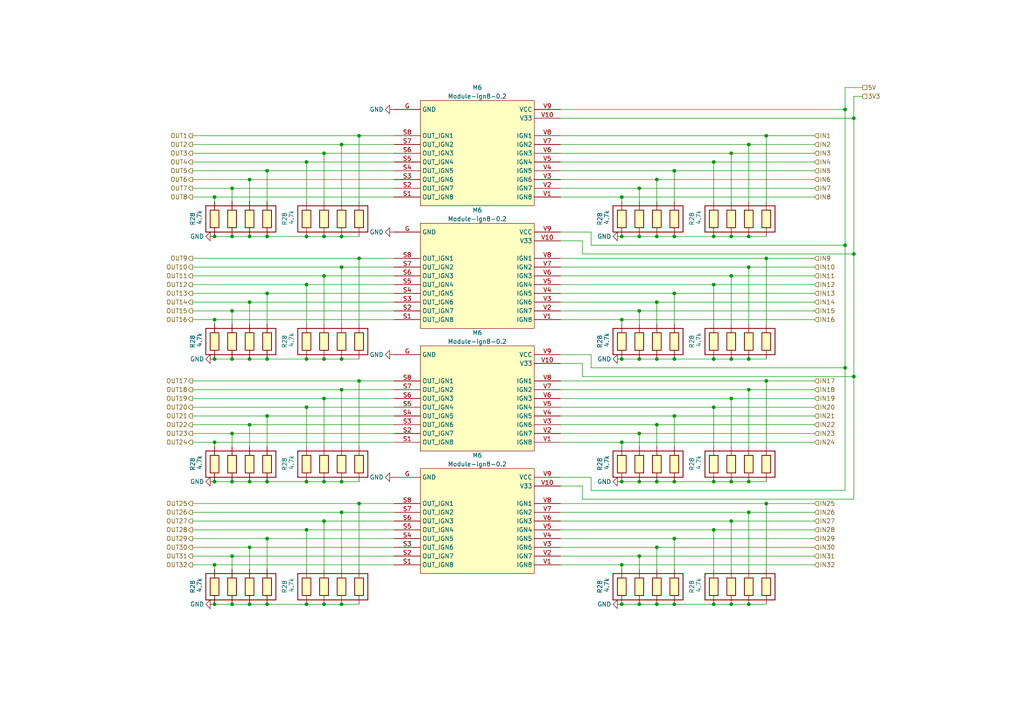
<source format=kicad_sch>
(kicad_sch (version 20230121) (generator eeschema)
  (paper "A4")
  (lib_symbols
    (symbol "hellen-one-common:Res_Array_4" (pin_numbers hide)
      (property "Reference" "R" (at -6.35 6.35 0))
      (symbol "Res_Array_4_1_0"
        (rectangle (start -2.54 -13.97) (end -7.62 -16.51) (stroke (width 0.254)) (fill (type background)))
        (rectangle (start -2.54 -8.89) (end -7.62 -11.43) (stroke (width 0.254)) (fill (type background)))
        (rectangle (start -2.54 -3.81) (end -7.62 -6.35) (stroke (width 0.254)) (fill (type background)))
        (rectangle (start -2.54 1.27) (end -7.62 -1.27) (stroke (width 0.254)) (fill (type background)))
        (polyline (pts (xy -8.89 -17.78) (xy -1.27 -17.78)) (stroke (width 0.254)))
        (polyline (pts (xy -8.89 2.54) (xy -8.89 -17.78)) (stroke (width 0.254)))
        (polyline (pts (xy -8.89 2.54) (xy -1.27 2.54)) (stroke (width 0.254)))
        (polyline (pts (xy -1.27 2.54) (xy -1.27 -17.78)) (stroke (width 0.254)))
        (pin passive line (at -10.16 0 0) (length 2.54) (name "") (number "1"))
        (pin passive line (at -10.16 -5.08 0) (length 2.54) (name "") (number "2"))
        (pin passive line (at -10.16 -10.16 0) (length 2.54) (name "") (number "3"))
        (pin passive line (at -10.16 -15.24 0) (length 2.54) (name "") (number "4"))
        (pin passive line (at 0 -15.24 180) (length 2.54) (name "") (number "5"))
        (pin passive line (at 0 -10.16 180) (length 2.54) (name "") (number "6"))
        (pin passive line (at 0 -5.08 180) (length 2.54) (name "") (number "7"))
        (pin passive line (at 0 0 180) (length 2.54) (name "") (number "8"))
      )
    )
    (symbol "hellen-one-ign8-0.2:Module-ign8-0.2"
      (property "Reference" "M" (at 0 0 0))
      (property "Value" "Module-ign8-0.2" (at 0 0 0))
      (symbol "Module-ign8-0.2_1_0"
        (rectangle (start 33.02 0) (end 0 -30.48) (fill (type background)))
        (pin passive line (at 40.64 -2.54 180) (length 7.62) (name "GND") (number "G"))
        (pin passive line (at 40.64 -27.94 180) (length 7.62) (name "OUT_IGN8") (number "S1"))
        (pin passive line (at 40.64 -25.4 180) (length 7.62) (name "OUT_IGN7") (number "S2"))
        (pin passive line (at 40.64 -22.86 180) (length 7.62) (name "OUT_IGN6") (number "S3"))
        (pin passive line (at 40.64 -20.32 180) (length 7.62) (name "OUT_IGN5") (number "S4"))
        (pin passive line (at 40.64 -17.78 180) (length 7.62) (name "OUT_IGN4") (number "S5"))
        (pin passive line (at 40.64 -15.24 180) (length 7.62) (name "OUT_IGN3") (number "S6"))
        (pin passive line (at 40.64 -12.7 180) (length 7.62) (name "OUT_IGN2") (number "S7"))
        (pin passive line (at 40.64 -10.16 180) (length 7.62) (name "OUT_IGN1") (number "S8"))
        (pin passive line (at -7.62 -27.94 0) (length 7.62) (name "IGN8") (number "V1"))
        (pin passive line (at -7.62 -5.08 0) (length 7.62) (name "V33") (number "V10"))
        (pin passive line (at -7.62 -25.4 0) (length 7.62) (name "IGN7") (number "V2"))
        (pin passive line (at -7.62 -22.86 0) (length 7.62) (name "IGN6") (number "V3"))
        (pin passive line (at -7.62 -20.32 0) (length 7.62) (name "IGN5") (number "V4"))
        (pin passive line (at -7.62 -17.78 0) (length 7.62) (name "IGN4") (number "V5"))
        (pin passive line (at -7.62 -15.24 0) (length 7.62) (name "IGN3") (number "V6"))
        (pin passive line (at -7.62 -12.7 0) (length 7.62) (name "IGN2") (number "V7"))
        (pin passive line (at -7.62 -10.16 0) (length 7.62) (name "IGN1") (number "V8"))
        (pin passive line (at -7.62 -2.54 0) (length 7.62) (name "VCC") (number "V9"))
      )
    )
    (symbol "power:GND" (power) (pin_names (offset 0))
      (property "Value" "GND" (at 0 -3.81 0))
      (symbol "GND_0_1"
        (polyline (pts (xy 0 0) (xy 0 -1.27) (xy 1.27 -1.27) (xy 0 -2.54) (xy -1.27 -1.27) (xy 0 -1.27)))
      )
      (symbol "GND_1_1"
        (pin power_in line (at 0 0 270) (length 0) hide (name "GND") (number "1"))
      )
    )
  )
  (junction (at 180.34 175.26))
  (junction (at 207.01 68.58))
  (junction (at 104.14 74.93))
  (junction (at 207.01 82.55))
  (junction (at 212.09 175.26))
  (junction (at 72.39 139.7))
  (junction (at 195.58 68.58))
  (junction (at 185.42 139.7))
  (junction (at 99.06 139.7))
  (junction (at 195.58 139.7))
  (junction (at 180.34 163.83))
  (junction (at 180.34 104.14))
  (junction (at 62.23 139.7))
  (junction (at 185.42 161.29))
  (junction (at 217.17 104.14))
  (junction (at 67.31 104.14))
  (junction (at 77.47 68.58))
  (junction (at 72.39 175.26))
  (junction (at 190.5 123.19))
  (junction (at 93.98 151.13))
  (junction (at 247.65 34.29))
  (junction (at 67.31 125.73))
  (junction (at 72.39 87.63))
  (junction (at 180.34 92.71))
  (junction (at 62.23 92.71))
  (junction (at 77.47 139.7))
  (junction (at 62.23 128.27))
  (junction (at 67.31 175.26))
  (junction (at 88.9 82.55))
  (junction (at 195.58 49.53))
  (junction (at 93.98 175.26))
  (junction (at 88.9 153.67))
  (junction (at 99.06 104.14))
  (junction (at 67.31 90.17))
  (junction (at 212.09 68.58))
  (junction (at 104.14 39.37))
  (junction (at 222.25 74.93))
  (junction (at 222.25 146.05))
  (junction (at 77.47 49.53))
  (junction (at 212.09 151.13))
  (junction (at 93.98 139.7))
  (junction (at 217.17 77.47))
  (junction (at 190.5 158.75))
  (junction (at 195.58 85.09))
  (junction (at 195.58 175.26))
  (junction (at 185.42 90.17))
  (junction (at 217.17 41.91))
  (junction (at 72.39 158.75))
  (junction (at 67.31 54.61))
  (junction (at 195.58 120.65))
  (junction (at 180.34 128.27))
  (junction (at 217.17 68.58))
  (junction (at 207.01 175.26))
  (junction (at 99.06 41.91))
  (junction (at 217.17 139.7))
  (junction (at 185.42 104.14))
  (junction (at 207.01 153.67))
  (junction (at 180.34 68.58))
  (junction (at 67.31 68.58))
  (junction (at 190.5 87.63))
  (junction (at 77.47 104.14))
  (junction (at 99.06 77.47))
  (junction (at 77.47 175.26))
  (junction (at 207.01 118.11))
  (junction (at 104.14 146.05))
  (junction (at 212.09 80.01))
  (junction (at 72.39 123.19))
  (junction (at 185.42 68.58))
  (junction (at 190.5 104.14))
  (junction (at 207.01 104.14))
  (junction (at 93.98 68.58))
  (junction (at 207.01 139.7))
  (junction (at 93.98 44.45))
  (junction (at 99.06 175.26))
  (junction (at 190.5 52.07))
  (junction (at 88.9 139.7))
  (junction (at 212.09 115.57))
  (junction (at 62.23 175.26))
  (junction (at 99.06 113.03))
  (junction (at 77.47 85.09))
  (junction (at 72.39 68.58))
  (junction (at 245.11 71.12))
  (junction (at 77.47 156.21))
  (junction (at 190.5 175.26))
  (junction (at 190.5 68.58))
  (junction (at 88.9 118.11))
  (junction (at 99.06 148.59))
  (junction (at 217.17 148.59))
  (junction (at 88.9 175.26))
  (junction (at 99.06 68.58))
  (junction (at 217.17 113.03))
  (junction (at 62.23 163.83))
  (junction (at 104.14 110.49))
  (junction (at 67.31 161.29))
  (junction (at 212.09 139.7))
  (junction (at 93.98 104.14))
  (junction (at 212.09 104.14))
  (junction (at 190.5 139.7))
  (junction (at 72.39 52.07))
  (junction (at 185.42 54.61))
  (junction (at 62.23 68.58))
  (junction (at 195.58 104.14))
  (junction (at 88.9 68.58))
  (junction (at 185.42 125.73))
  (junction (at 62.23 57.15))
  (junction (at 212.09 44.45))
  (junction (at 217.17 175.26))
  (junction (at 67.31 139.7))
  (junction (at 222.25 110.49))
  (junction (at 247.65 73.66))
  (junction (at 93.98 115.57))
  (junction (at 93.98 80.01))
  (junction (at 247.65 109.22))
  (junction (at 88.9 46.99))
  (junction (at 88.9 104.14))
  (junction (at 185.42 175.26))
  (junction (at 180.34 139.7))
  (junction (at 245.11 106.68))
  (junction (at 180.34 57.15))
  (junction (at 62.23 104.14))
  (junction (at 72.39 104.14))
  (junction (at 222.25 39.37))
  (junction (at 195.58 156.21))
  (junction (at 245.11 31.75))
  (junction (at 207.01 46.99))
  (junction (at 77.47 120.65))
  (wire (pts (xy 67.31 68.58) (xy 72.39 68.58)))
  (wire (pts (xy 104.14 74.93) (xy 114.3 74.93)))
  (wire (pts (xy 236.22 120.65) (xy 195.58 120.65)))
  (wire (pts (xy 93.98 115.57) (xy 93.98 129.54)))
  (wire (pts (xy 99.06 77.47) (xy 114.3 77.47)))
  (wire (pts (xy 236.22 113.03) (xy 217.17 113.03)))
  (wire (pts (xy 190.5 52.07) (xy 162.56 52.07)))
  (wire (pts (xy 171.45 138.43) (xy 162.56 138.43)))
  (wire (pts (xy 93.98 151.13) (xy 93.98 165.1)))
  (wire (pts (xy 77.47 156.21) (xy 114.3 156.21)))
  (wire (pts (xy 236.22 87.63) (xy 190.5 87.63)))
  (wire (pts (xy 190.5 158.75) (xy 190.5 165.1)))
  (wire (pts (xy 222.25 146.05) (xy 162.56 146.05)))
  (wire (pts (xy 180.34 68.58) (xy 185.42 68.58)))
  (wire (pts (xy 247.65 34.29) (xy 247.65 73.66)))
  (wire (pts (xy 171.45 71.12) (xy 245.11 71.12)))
  (wire (pts (xy 180.34 163.83) (xy 162.56 163.83)))
  (wire (pts (xy 99.06 148.59) (xy 114.3 148.59)))
  (wire (pts (xy 162.56 105.41) (xy 168.91 105.41)))
  (wire (pts (xy 55.88 54.61) (xy 67.31 54.61)))
  (wire (pts (xy 99.06 139.7) (xy 104.14 139.7)))
  (wire (pts (xy 245.11 25.4) (xy 245.11 31.75)))
  (wire (pts (xy 190.5 175.26) (xy 195.58 175.26)))
  (wire (pts (xy 77.47 175.26) (xy 88.9 175.26)))
  (wire (pts (xy 88.9 153.67) (xy 114.3 153.67)))
  (wire (pts (xy 55.88 123.19) (xy 72.39 123.19)))
  (wire (pts (xy 99.06 113.03) (xy 99.06 129.54)))
  (wire (pts (xy 162.56 140.97) (xy 168.91 140.97)))
  (wire (pts (xy 236.22 163.83) (xy 180.34 163.83)))
  (wire (pts (xy 236.22 44.45) (xy 212.09 44.45)))
  (wire (pts (xy 162.56 34.29) (xy 247.65 34.29)))
  (wire (pts (xy 180.34 175.26) (xy 185.42 175.26)))
  (wire (pts (xy 62.23 163.83) (xy 62.23 165.1)))
  (wire (pts (xy 236.22 46.99) (xy 207.01 46.99)))
  (wire (pts (xy 185.42 125.73) (xy 162.56 125.73)))
  (wire (pts (xy 217.17 113.03) (xy 217.17 129.54)))
  (wire (pts (xy 195.58 156.21) (xy 195.58 165.1)))
  (wire (pts (xy 247.65 34.29) (xy 247.65 27.94)))
  (wire (pts (xy 93.98 104.14) (xy 99.06 104.14)))
  (wire (pts (xy 104.14 110.49) (xy 114.3 110.49)))
  (wire (pts (xy 236.22 156.21) (xy 195.58 156.21)))
  (wire (pts (xy 55.88 90.17) (xy 67.31 90.17)))
  (wire (pts (xy 180.34 57.15) (xy 180.34 58.42)))
  (wire (pts (xy 72.39 123.19) (xy 72.39 129.54)))
  (wire (pts (xy 217.17 77.47) (xy 162.56 77.47)))
  (wire (pts (xy 185.42 68.58) (xy 190.5 68.58)))
  (wire (pts (xy 168.91 144.78) (xy 247.65 144.78)))
  (wire (pts (xy 207.01 153.67) (xy 162.56 153.67)))
  (wire (pts (xy 207.01 153.67) (xy 207.01 165.1)))
  (wire (pts (xy 72.39 68.58) (xy 77.47 68.58)))
  (wire (pts (xy 55.88 115.57) (xy 93.98 115.57)))
  (wire (pts (xy 93.98 151.13) (xy 114.3 151.13)))
  (wire (pts (xy 67.31 90.17) (xy 67.31 93.98)))
  (wire (pts (xy 195.58 49.53) (xy 162.56 49.53)))
  (wire (pts (xy 55.88 158.75) (xy 72.39 158.75)))
  (wire (pts (xy 88.9 175.26) (xy 93.98 175.26)))
  (wire (pts (xy 104.14 110.49) (xy 104.14 129.54)))
  (wire (pts (xy 185.42 90.17) (xy 185.42 93.98)))
  (wire (pts (xy 236.22 92.71) (xy 180.34 92.71)))
  (wire (pts (xy 236.22 110.49) (xy 222.25 110.49)))
  (wire (pts (xy 212.09 151.13) (xy 212.09 165.1)))
  (wire (pts (xy 55.88 92.71) (xy 62.23 92.71)))
  (wire (pts (xy 67.31 125.73) (xy 114.3 125.73)))
  (wire (pts (xy 190.5 123.19) (xy 162.56 123.19)))
  (wire (pts (xy 77.47 139.7) (xy 88.9 139.7)))
  (wire (pts (xy 236.22 128.27) (xy 180.34 128.27)))
  (wire (pts (xy 93.98 175.26) (xy 99.06 175.26)))
  (wire (pts (xy 195.58 120.65) (xy 195.58 129.54)))
  (wire (pts (xy 88.9 82.55) (xy 114.3 82.55)))
  (wire (pts (xy 236.22 118.11) (xy 207.01 118.11)))
  (wire (pts (xy 67.31 90.17) (xy 114.3 90.17)))
  (wire (pts (xy 62.23 104.14) (xy 67.31 104.14)))
  (wire (pts (xy 212.09 115.57) (xy 212.09 129.54)))
  (wire (pts (xy 185.42 104.14) (xy 190.5 104.14)))
  (wire (pts (xy 72.39 123.19) (xy 114.3 123.19)))
  (wire (pts (xy 207.01 46.99) (xy 162.56 46.99)))
  (wire (pts (xy 212.09 115.57) (xy 162.56 115.57)))
  (wire (pts (xy 55.88 125.73) (xy 67.31 125.73)))
  (wire (pts (xy 222.25 146.05) (xy 222.25 165.1)))
  (wire (pts (xy 77.47 120.65) (xy 77.47 129.54)))
  (wire (pts (xy 93.98 44.45) (xy 93.98 58.42)))
  (wire (pts (xy 55.88 113.03) (xy 99.06 113.03)))
  (wire (pts (xy 190.5 139.7) (xy 195.58 139.7)))
  (wire (pts (xy 222.25 39.37) (xy 162.56 39.37)))
  (wire (pts (xy 55.88 161.29) (xy 67.31 161.29)))
  (wire (pts (xy 77.47 68.58) (xy 88.9 68.58)))
  (wire (pts (xy 185.42 90.17) (xy 162.56 90.17)))
  (wire (pts (xy 245.11 106.68) (xy 245.11 142.24)))
  (wire (pts (xy 217.17 104.14) (xy 222.25 104.14)))
  (wire (pts (xy 236.22 153.67) (xy 207.01 153.67)))
  (wire (pts (xy 99.06 148.59) (xy 99.06 165.1)))
  (wire (pts (xy 93.98 139.7) (xy 99.06 139.7)))
  (wire (pts (xy 72.39 52.07) (xy 72.39 58.42)))
  (wire (pts (xy 104.14 39.37) (xy 114.3 39.37)))
  (wire (pts (xy 190.5 123.19) (xy 190.5 129.54)))
  (wire (pts (xy 236.22 49.53) (xy 195.58 49.53)))
  (wire (pts (xy 67.31 161.29) (xy 114.3 161.29)))
  (wire (pts (xy 250.19 25.4) (xy 245.11 25.4)))
  (wire (pts (xy 185.42 139.7) (xy 190.5 139.7)))
  (wire (pts (xy 77.47 85.09) (xy 114.3 85.09)))
  (wire (pts (xy 67.31 139.7) (xy 72.39 139.7)))
  (wire (pts (xy 62.23 128.27) (xy 62.23 129.54)))
  (wire (pts (xy 99.06 77.47) (xy 99.06 93.98)))
  (wire (pts (xy 162.56 31.75) (xy 245.11 31.75)))
  (wire (pts (xy 195.58 68.58) (xy 207.01 68.58)))
  (wire (pts (xy 236.22 74.93) (xy 222.25 74.93)))
  (wire (pts (xy 171.45 67.31) (xy 162.56 67.31)))
  (wire (pts (xy 99.06 113.03) (xy 114.3 113.03)))
  (wire (pts (xy 180.34 128.27) (xy 162.56 128.27)))
  (wire (pts (xy 62.23 57.15) (xy 62.23 58.42)))
  (wire (pts (xy 236.22 115.57) (xy 212.09 115.57)))
  (wire (pts (xy 195.58 49.53) (xy 195.58 58.42)))
  (wire (pts (xy 236.22 158.75) (xy 190.5 158.75)))
  (wire (pts (xy 77.47 156.21) (xy 77.47 165.1)))
  (wire (pts (xy 55.88 146.05) (xy 104.14 146.05)))
  (wire (pts (xy 207.01 82.55) (xy 207.01 93.98)))
  (wire (pts (xy 222.25 74.93) (xy 222.25 93.98)))
  (wire (pts (xy 99.06 68.58) (xy 104.14 68.58)))
  (wire (pts (xy 171.45 106.68) (xy 245.11 106.68)))
  (wire (pts (xy 72.39 175.26) (xy 77.47 175.26)))
  (wire (pts (xy 190.5 52.07) (xy 190.5 58.42)))
  (wire (pts (xy 99.06 104.14) (xy 104.14 104.14)))
  (wire (pts (xy 77.47 104.14) (xy 88.9 104.14)))
  (wire (pts (xy 88.9 118.11) (xy 114.3 118.11)))
  (wire (pts (xy 180.34 128.27) (xy 180.34 129.54)))
  (wire (pts (xy 55.88 153.67) (xy 88.9 153.67)))
  (wire (pts (xy 207.01 118.11) (xy 162.56 118.11)))
  (wire (pts (xy 236.22 52.07) (xy 190.5 52.07)))
  (wire (pts (xy 55.88 120.65) (xy 77.47 120.65)))
  (wire (pts (xy 77.47 49.53) (xy 114.3 49.53)))
  (wire (pts (xy 55.88 44.45) (xy 93.98 44.45)))
  (wire (pts (xy 212.09 104.14) (xy 217.17 104.14)))
  (wire (pts (xy 55.88 85.09) (xy 77.47 85.09)))
  (wire (pts (xy 195.58 85.09) (xy 195.58 93.98)))
  (wire (pts (xy 185.42 175.26) (xy 190.5 175.26)))
  (wire (pts (xy 55.88 80.01) (xy 93.98 80.01)))
  (wire (pts (xy 245.11 71.12) (xy 245.11 106.68)))
  (wire (pts (xy 62.23 92.71) (xy 114.3 92.71)))
  (wire (pts (xy 62.23 163.83) (xy 114.3 163.83)))
  (wire (pts (xy 236.22 41.91) (xy 217.17 41.91)))
  (wire (pts (xy 162.56 69.85) (xy 168.91 69.85)))
  (wire (pts (xy 88.9 68.58) (xy 93.98 68.58)))
  (wire (pts (xy 180.34 163.83) (xy 180.34 165.1)))
  (wire (pts (xy 55.88 87.63) (xy 72.39 87.63)))
  (wire (pts (xy 93.98 115.57) (xy 114.3 115.57)))
  (wire (pts (xy 236.22 39.37) (xy 222.25 39.37)))
  (wire (pts (xy 190.5 158.75) (xy 162.56 158.75)))
  (wire (pts (xy 168.91 73.66) (xy 247.65 73.66)))
  (wire (pts (xy 67.31 175.26) (xy 72.39 175.26)))
  (wire (pts (xy 99.06 41.91) (xy 114.3 41.91)))
  (wire (pts (xy 236.22 85.09) (xy 195.58 85.09)))
  (wire (pts (xy 55.88 118.11) (xy 88.9 118.11)))
  (wire (pts (xy 185.42 54.61) (xy 185.42 58.42)))
  (wire (pts (xy 55.88 82.55) (xy 88.9 82.55)))
  (wire (pts (xy 104.14 146.05) (xy 114.3 146.05)))
  (wire (pts (xy 67.31 125.73) (xy 67.31 129.54)))
  (wire (pts (xy 93.98 80.01) (xy 114.3 80.01)))
  (wire (pts (xy 168.91 140.97) (xy 168.91 144.78)))
  (wire (pts (xy 72.39 87.63) (xy 114.3 87.63)))
  (wire (pts (xy 77.47 120.65) (xy 114.3 120.65)))
  (wire (pts (xy 55.88 52.07) (xy 72.39 52.07)))
  (wire (pts (xy 104.14 146.05) (xy 104.14 165.1)))
  (wire (pts (xy 217.17 148.59) (xy 217.17 165.1)))
  (wire (pts (xy 236.22 123.19) (xy 190.5 123.19)))
  (wire (pts (xy 55.88 77.47) (xy 99.06 77.47)))
  (wire (pts (xy 217.17 41.91) (xy 162.56 41.91)))
  (wire (pts (xy 55.88 163.83) (xy 62.23 163.83)))
  (wire (pts (xy 212.09 151.13) (xy 162.56 151.13)))
  (wire (pts (xy 236.22 80.01) (xy 212.09 80.01)))
  (wire (pts (xy 180.34 92.71) (xy 162.56 92.71)))
  (wire (pts (xy 247.65 27.94) (xy 250.19 27.94)))
  (wire (pts (xy 207.01 118.11) (xy 207.01 129.54)))
  (wire (pts (xy 55.88 156.21) (xy 77.47 156.21)))
  (wire (pts (xy 222.25 110.49) (xy 222.25 129.54)))
  (wire (pts (xy 72.39 158.75) (xy 114.3 158.75)))
  (wire (pts (xy 207.01 175.26) (xy 212.09 175.26)))
  (wire (pts (xy 236.22 148.59) (xy 217.17 148.59)))
  (wire (pts (xy 236.22 146.05) (xy 222.25 146.05)))
  (wire (pts (xy 236.22 77.47) (xy 217.17 77.47)))
  (wire (pts (xy 247.65 73.66) (xy 247.65 109.22)))
  (wire (pts (xy 190.5 87.63) (xy 190.5 93.98)))
  (wire (pts (xy 67.31 104.14) (xy 72.39 104.14)))
  (wire (pts (xy 88.9 139.7) (xy 93.98 139.7)))
  (wire (pts (xy 185.42 161.29) (xy 162.56 161.29)))
  (wire (pts (xy 236.22 57.15) (xy 180.34 57.15)))
  (wire (pts (xy 168.91 69.85) (xy 168.91 73.66)))
  (wire (pts (xy 171.45 142.24) (xy 171.45 138.43)))
  (wire (pts (xy 62.23 92.71) (xy 62.23 93.98)))
  (wire (pts (xy 217.17 148.59) (xy 162.56 148.59)))
  (wire (pts (xy 245.11 31.75) (xy 245.11 71.12)))
  (wire (pts (xy 62.23 139.7) (xy 67.31 139.7)))
  (wire (pts (xy 104.14 39.37) (xy 104.14 58.42)))
  (wire (pts (xy 207.01 68.58) (xy 212.09 68.58)))
  (wire (pts (xy 195.58 85.09) (xy 162.56 85.09)))
  (wire (pts (xy 88.9 104.14) (xy 93.98 104.14)))
  (wire (pts (xy 217.17 77.47) (xy 217.17 93.98)))
  (wire (pts (xy 171.45 106.68) (xy 171.45 102.87)))
  (wire (pts (xy 195.58 175.26) (xy 207.01 175.26)))
  (wire (pts (xy 217.17 175.26) (xy 222.25 175.26)))
  (wire (pts (xy 88.9 82.55) (xy 88.9 93.98)))
  (wire (pts (xy 236.22 82.55) (xy 207.01 82.55)))
  (wire (pts (xy 222.25 74.93) (xy 162.56 74.93)))
  (wire (pts (xy 72.39 139.7) (xy 77.47 139.7)))
  (wire (pts (xy 207.01 104.14) (xy 212.09 104.14)))
  (wire (pts (xy 55.88 46.99) (xy 88.9 46.99)))
  (wire (pts (xy 55.88 49.53) (xy 77.47 49.53)))
  (wire (pts (xy 195.58 120.65) (xy 162.56 120.65)))
  (wire (pts (xy 55.88 39.37) (xy 104.14 39.37)))
  (wire (pts (xy 247.65 109.22) (xy 247.65 144.78)))
  (wire (pts (xy 72.39 52.07) (xy 114.3 52.07)))
  (wire (pts (xy 77.47 85.09) (xy 77.47 93.98)))
  (wire (pts (xy 190.5 104.14) (xy 195.58 104.14)))
  (wire (pts (xy 104.14 74.93) (xy 104.14 93.98)))
  (wire (pts (xy 195.58 156.21) (xy 162.56 156.21)))
  (wire (pts (xy 212.09 44.45) (xy 212.09 58.42)))
  (wire (pts (xy 171.45 102.87) (xy 162.56 102.87)))
  (wire (pts (xy 55.88 128.27) (xy 62.23 128.27)))
  (wire (pts (xy 168.91 105.41) (xy 168.91 109.22)))
  (wire (pts (xy 195.58 139.7) (xy 207.01 139.7)))
  (wire (pts (xy 207.01 82.55) (xy 162.56 82.55)))
  (wire (pts (xy 217.17 41.91) (xy 217.17 58.42)))
  (wire (pts (xy 99.06 175.26) (xy 104.14 175.26)))
  (wire (pts (xy 212.09 139.7) (xy 217.17 139.7)))
  (wire (pts (xy 93.98 68.58) (xy 99.06 68.58)))
  (wire (pts (xy 190.5 87.63) (xy 162.56 87.63)))
  (wire (pts (xy 99.06 41.91) (xy 99.06 58.42)))
  (wire (pts (xy 236.22 151.13) (xy 212.09 151.13)))
  (wire (pts (xy 217.17 139.7) (xy 222.25 139.7)))
  (wire (pts (xy 72.39 87.63) (xy 72.39 93.98)))
  (wire (pts (xy 88.9 46.99) (xy 114.3 46.99)))
  (wire (pts (xy 62.23 57.15) (xy 114.3 57.15)))
  (wire (pts (xy 72.39 158.75) (xy 72.39 165.1)))
  (wire (pts (xy 207.01 46.99) (xy 207.01 58.42)))
  (wire (pts (xy 72.39 104.14) (xy 77.47 104.14)))
  (wire (pts (xy 236.22 54.61) (xy 185.42 54.61)))
  (wire (pts (xy 55.88 74.93) (xy 104.14 74.93)))
  (wire (pts (xy 212.09 80.01) (xy 212.09 93.98)))
  (wire (pts (xy 195.58 104.14) (xy 207.01 104.14)))
  (wire (pts (xy 245.11 142.24) (xy 171.45 142.24)))
  (wire (pts (xy 180.34 139.7) (xy 185.42 139.7)))
  (wire (pts (xy 222.25 39.37) (xy 222.25 58.42)))
  (wire (pts (xy 88.9 46.99) (xy 88.9 58.42)))
  (wire (pts (xy 217.17 113.03) (xy 162.56 113.03)))
  (wire (pts (xy 190.5 68.58) (xy 195.58 68.58)))
  (wire (pts (xy 62.23 175.26) (xy 67.31 175.26)))
  (wire (pts (xy 212.09 80.01) (xy 162.56 80.01)))
  (wire (pts (xy 180.34 104.14) (xy 185.42 104.14)))
  (wire (pts (xy 180.34 92.71) (xy 180.34 93.98)))
  (wire (pts (xy 222.25 110.49) (xy 162.56 110.49)))
  (wire (pts (xy 212.09 68.58) (xy 217.17 68.58)))
  (wire (pts (xy 171.45 71.12) (xy 171.45 67.31)))
  (wire (pts (xy 55.88 57.15) (xy 62.23 57.15)))
  (wire (pts (xy 168.91 109.22) (xy 247.65 109.22)))
  (wire (pts (xy 207.01 139.7) (xy 212.09 139.7)))
  (wire (pts (xy 55.88 41.91) (xy 99.06 41.91)))
  (wire (pts (xy 62.23 128.27) (xy 114.3 128.27)))
  (wire (pts (xy 55.88 110.49) (xy 104.14 110.49)))
  (wire (pts (xy 62.23 68.58) (xy 67.31 68.58)))
  (wire (pts (xy 236.22 125.73) (xy 185.42 125.73)))
  (wire (pts (xy 185.42 54.61) (xy 162.56 54.61)))
  (wire (pts (xy 236.22 161.29) (xy 185.42 161.29)))
  (wire (pts (xy 88.9 118.11) (xy 88.9 129.54)))
  (wire (pts (xy 236.22 90.17) (xy 185.42 90.17)))
  (wire (pts (xy 55.88 151.13) (xy 93.98 151.13)))
  (wire (pts (xy 88.9 153.67) (xy 88.9 165.1)))
  (wire (pts (xy 77.47 49.53) (xy 77.47 58.42)))
  (wire (pts (xy 180.34 57.15) (xy 162.56 57.15)))
  (wire (pts (xy 93.98 80.01) (xy 93.98 93.98)))
  (wire (pts (xy 212.09 175.26) (xy 217.17 175.26)))
  (wire (pts (xy 185.42 161.29) (xy 185.42 165.1)))
  (wire (pts (xy 55.88 148.59) (xy 99.06 148.59)))
  (wire (pts (xy 93.98 44.45) (xy 114.3 44.45)))
  (wire (pts (xy 185.42 125.73) (xy 185.42 129.54)))
  (wire (pts (xy 67.31 54.61) (xy 114.3 54.61)))
  (wire (pts (xy 212.09 44.45) (xy 162.56 44.45)))
  (wire (pts (xy 67.31 54.61) (xy 67.31 58.42)))
  (wire (pts (xy 67.31 161.29) (xy 67.31 165.1)))
  (wire (pts (xy 217.17 68.58) (xy 222.25 68.58)))
  (hierarchical_label "IN7" (shape input) (at 236.22 54.61 0))
  (hierarchical_label "IN10" (shape input) (at 236.22 77.47 0))
  (hierarchical_label "IN15" (shape input) (at 236.22 90.17 0))
  (hierarchical_label "IN9" (shape input) (at 236.22 74.93 0))
  (hierarchical_label "OUT21" (shape output) (at 55.88 120.65 180))
  (hierarchical_label "OUT7" (shape output) (at 55.88 54.61 180))
  (hierarchical_label "OUT23" (shape output) (at 55.88 125.73 180))
  (hierarchical_label "IN17" (shape input) (at 236.22 110.49 0))
  (hierarchical_label "IN25" (shape input) (at 236.22 146.05 0))
  (hierarchical_label "OUT6" (shape output) (at 55.88 52.07 180))
  (hierarchical_label "OUT11" (shape output) (at 55.88 80.01 180))
  (hierarchical_label "OUT25" (shape output) (at 55.88 146.05 180))
  (hierarchical_label "OUT16" (shape output) (at 55.88 92.71 180))
  (hierarchical_label "IN24" (shape input) (at 236.22 128.27 0))
  (hierarchical_label "3V3" (shape passive) (at 250.19 27.94 0))
  (hierarchical_label "OUT3" (shape output) (at 55.88 44.45 180))
  (hierarchical_label "IN18" (shape input) (at 236.22 113.03 0))
  (hierarchical_label "OUT24" (shape output) (at 55.88 128.27 180))
  (hierarchical_label "IN6" (shape input) (at 236.22 52.07 0))
  (hierarchical_label "OUT5" (shape output) (at 55.88 49.53 180))
  (hierarchical_label "IN19" (shape input) (at 236.22 115.57 0))
  (hierarchical_label "OUT31" (shape output) (at 55.88 161.29 180))
  (hierarchical_label "IN16" (shape input) (at 236.22 92.71 0))
  (hierarchical_label "OUT28" (shape output) (at 55.88 153.67 180))
  (hierarchical_label "IN5" (shape input) (at 236.22 49.53 0))
  (hierarchical_label "OUT19" (shape output) (at 55.88 115.57 180))
  (hierarchical_label "OUT12" (shape output) (at 55.88 82.55 180))
  (hierarchical_label "OUT14" (shape output) (at 55.88 87.63 180))
  (hierarchical_label "IN22" (shape input) (at 236.22 123.19 0))
  (hierarchical_label "OUT27" (shape output) (at 55.88 151.13 180))
  (hierarchical_label "IN28" (shape input) (at 236.22 153.67 0))
  (hierarchical_label "IN27" (shape input) (at 236.22 151.13 0))
  (hierarchical_label "IN20" (shape input) (at 236.22 118.11 0))
  (hierarchical_label "OUT22" (shape output) (at 55.88 123.19 180))
  (hierarchical_label "5V" (shape passive) (at 250.19 25.4 0))
  (hierarchical_label "IN12" (shape input) (at 236.22 82.55 0))
  (hierarchical_label "OUT17" (shape output) (at 55.88 110.49 180))
  (hierarchical_label "OUT30" (shape output) (at 55.88 158.75 180))
  (hierarchical_label "OUT9" (shape output) (at 55.88 74.93 180))
  (hierarchical_label "IN26" (shape input) (at 236.22 148.59 0))
  (hierarchical_label "IN13" (shape input) (at 236.22 85.09 0))
  (hierarchical_label "OUT29" (shape output) (at 55.88 156.21 180))
  (hierarchical_label "OUT2" (shape output) (at 55.88 41.91 180))
  (hierarchical_label "IN31" (shape input) (at 236.22 161.29 0))
  (hierarchical_label "OUT8" (shape output) (at 55.88 57.15 180))
  (hierarchical_label "IN29" (shape input) (at 236.22 156.21 0))
  (hierarchical_label "IN23" (shape input) (at 236.22 125.73 0))
  (hierarchical_label "IN14" (shape input) (at 236.22 87.63 0))
  (hierarchical_label "IN30" (shape input) (at 236.22 158.75 0))
  (hierarchical_label "IN4" (shape input) (at 236.22 46.99 0))
  (hierarchical_label "IN21" (shape input) (at 236.22 120.65 0))
  (hierarchical_label "OUT26" (shape output) (at 55.88 148.59 180))
  (hierarchical_label "IN2" (shape input) (at 236.22 41.91 0))
  (hierarchical_label "OUT4" (shape output) (at 55.88 46.99 180))
  (hierarchical_label "OUT32" (shape output) (at 55.88 163.83 180))
  (hierarchical_label "IN8" (shape input) (at 236.22 57.15 0))
  (hierarchical_label "IN1" (shape input) (at 236.22 39.37 0))
  (hierarchical_label "OUT15" (shape output) (at 55.88 90.17 180))
  (hierarchical_label "IN32" (shape input) (at 236.22 163.83 0))
  (hierarchical_label "OUT13" (shape output) (at 55.88 85.09 180))
  (hierarchical_label "IN11" (shape input) (at 236.22 80.01 0))
  (hierarchical_label "OUT18" (shape output) (at 55.88 113.03 180))
  (hierarchical_label "IN3" (shape input) (at 236.22 44.45 0))
  (hierarchical_label "OUT10" (shape output) (at 55.88 77.47 180))
  (hierarchical_label "OUT20" (shape output) (at 55.88 118.11 180))
  (hierarchical_label "OUT1" (shape output) (at 55.88 39.37 180))
  (symbol (lib_id "power:GND") (at 114.3 138.43 270) (mirror x) (unit 1)
    (property "Reference" "#PWR026" (effects hide))
    (property "Value" "GND" (at 109.22 138.43 90))
    (instances (project "alphax_8ch" (path "" (reference "#PWR026") (unit 1)) (path "" (reference "#PWR0399") (unit 1))))
  )
  (symbol (lib_id "power:GND") (at 62.23 68.58 270) (mirror x) (unit 1)
    (property "Reference" "#PWR026" (effects hide))
    (property "Value" "GND" (at 57.15 68.58 90))
    (instances (project "alphax_8ch" (path "" (reference "#PWR026") (unit 1)) (path "" (reference "#PWR0392") (unit 1))))
  )
  (symbol (lib_id "hellen-one-common:Res_Array_4") (at 180.34 93.98 90) (unit 1)
    (property "Reference" "R28" (at 173.99 99.06 0))
    (property "Value" "4.7k" (at 175.9772 98.58 0))
    (property "Footprint" "hellen-one-common:R0603-4" (effects hide))
    (property "LCSC" "C1980" (effects hide))
    (instances (project "alphax_8ch" (path "" (reference "R28") (unit 1)) (path "" (reference "R292") (unit 1))))
  )
  (symbol (lib_id "hellen-one-common:Res_Array_4") (at 180.34 165.1 90) (unit 1)
    (property "Reference" "R28" (at 173.99 170.18 0))
    (property "Value" "4.7k" (at 175.9772 169.7 0))
    (property "Footprint" "hellen-one-common:R0603-4" (effects hide))
    (property "LCSC" "C1980" (effects hide))
    (instances (project "alphax_8ch" (path "" (reference "R28") (unit 1)) (path "" (reference "R294") (unit 1))))
  )
  (symbol (lib_id "power:GND") (at 62.23 175.26 270) (mirror x) (unit 1)
    (property "Reference" "#PWR026" (effects hide))
    (property "Value" "GND" (at 57.15 175.26 90))
    (instances (project "alphax_8ch" (path "" (reference "#PWR026") (unit 1)) (path "" (reference "#PWR0395") (unit 1))))
  )
  (symbol (lib_id "power:GND") (at 62.23 104.14 270) (mirror x) (unit 1)
    (property "Reference" "#PWR026" (effects hide))
    (property "Value" "GND" (at 57.15 104.14 90))
    (instances (project "alphax_8ch" (path "" (reference "#PWR026") (unit 1)) (path "" (reference "#PWR0393") (unit 1))))
  )
  (symbol (lib_id "hellen-one-common:Res_Array_4") (at 207.01 129.54 90) (unit 1)
    (property "Reference" "R28" (at 200.66 134.62 0))
    (property "Value" "4.7k" (at 202.6472 134.14 0))
    (property "Footprint" "hellen-one-common:R0603-4" (effects hide))
    (property "LCSC" "C1980" (effects hide))
    (instances (project "alphax_8ch" (path "" (reference "R28") (unit 1)) (path "" (reference "R297") (unit 1))))
  )
  (symbol (lib_id "hellen-one-common:Res_Array_4") (at 207.01 93.98 90) (unit 1)
    (property "Reference" "R28" (at 200.66 99.06 0))
    (property "Value" "4.7k" (at 202.6472 98.58 0))
    (property "Footprint" "hellen-one-common:R0603-4" (effects hide))
    (property "LCSC" "C1980" (effects hide))
    (instances (project "alphax_8ch" (path "" (reference "R28") (unit 1)) (path "" (reference "R296") (unit 1))))
  )
  (symbol (lib_id "power:GND") (at 180.34 104.14 270) (mirror x) (unit 1)
    (property "Reference" "#PWR026" (effects hide))
    (property "Value" "GND" (at 175.26 104.14 90))
    (instances (project "alphax_8ch" (path "" (reference "#PWR026") (unit 1)) (path "" (reference "#PWR0401") (unit 1))))
  )
  (symbol (lib_id "power:GND") (at 114.3 67.31 270) (mirror x) (unit 1)
    (property "Reference" "#PWR026" (effects hide))
    (property "Value" "GND" (at 109.22 67.31 90))
    (instances (project "alphax_8ch" (path "" (reference "#PWR026") (unit 1)) (path "" (reference "#PWR0397") (unit 1))))
  )
  (symbol (lib_id "hellen-one-common:Res_Array_4") (at 180.34 58.42 90) (unit 1)
    (property "Reference" "R28" (at 173.99 63.5 0))
    (property "Value" "4.7k" (at 175.9772 63.02 0))
    (property "Footprint" "hellen-one-common:R0603-4" (effects hide))
    (property "LCSC" "C1980" (effects hide))
    (instances (project "alphax_8ch" (path "" (reference "R28") (unit 1)) (path "" (reference "R291") (unit 1))))
  )
  (symbol (lib_id "power:GND") (at 62.23 139.7 270) (mirror x) (unit 1)
    (property "Reference" "#PWR026" (effects hide))
    (property "Value" "GND" (at 57.15 139.7 90))
    (instances (project "alphax_8ch" (path "" (reference "#PWR026") (unit 1)) (path "" (reference "#PWR0394") (unit 1))))
  )
  (symbol (lib_id "power:GND") (at 180.34 175.26 270) (mirror x) (unit 1)
    (property "Reference" "#PWR026" (effects hide))
    (property "Value" "GND" (at 175.26 175.26 90))
    (instances (project "alphax_8ch" (path "" (reference "#PWR026") (unit 1)) (path "" (reference "#PWR0403") (unit 1))))
  )
  (symbol (lib_id "hellen-one-common:Res_Array_4") (at 180.34 129.54 90) (unit 1)
    (property "Reference" "R28" (at 173.99 134.62 0))
    (property "Value" "4.7k" (at 175.9772 134.14 0))
    (property "Footprint" "hellen-one-common:R0603-4" (effects hide))
    (property "LCSC" "C1980" (effects hide))
    (instances (project "alphax_8ch" (path "" (reference "R28") (unit 1)) (path "" (reference "R293") (unit 1))))
  )
  (symbol (lib_id "hellen-one-ign8-0.2:Module-ign8-0.2") (at 154.94 100.33 0) (mirror y) (unit 1)
    (property "Reference" "M6" (at 138.43 96.52 0))
    (property "Value" "Module-ign8-0.2" (at 138.43 99.06 0))
    (property "Footprint" "hellen-one-ign8-0.2:ign8" (effects hide))
    (instances (project "alphax_8ch" (path "" (reference "M6") (unit 1)) (path "" (reference "M21") (unit 1))))
  )
  (symbol (lib_id "hellen-one-ign8-0.2:Module-ign8-0.2") (at 154.94 64.77 0) (mirror y) (unit 1)
    (property "Reference" "M6" (at 138.43 60.96 0))
    (property "Value" "Module-ign8-0.2" (at 138.43 63.5 0))
    (property "Footprint" "hellen-one-ign8-0.2:ign8" (effects hide))
    (instances (project "alphax_8ch" (path "" (reference "M6") (unit 1)) (path "" (reference "M20") (unit 1))))
  )
  (symbol (lib_id "hellen-one-common:Res_Array_4") (at 88.9 58.42 90) (unit 1)
    (property "Reference" "R28" (at 82.55 63.5 0))
    (property "Value" "4.7k" (at 84.5372 63.02 0))
    (property "Footprint" "hellen-one-common:R0603-4" (effects hide))
    (property "LCSC" "C1980" (effects hide))
    (instances (project "alphax_8ch" (path "" (reference "R28") (unit 1)) (path "" (reference "R287") (unit 1))))
  )
  (symbol (lib_id "hellen-one-common:Res_Array_4") (at 207.01 165.1 90) (unit 1)
    (property "Reference" "R28" (at 200.66 170.18 0))
    (property "Value" "4.7k" (at 202.6472 169.7 0))
    (property "Footprint" "hellen-one-common:R0603-4" (effects hide))
    (property "LCSC" "C1980" (effects hide))
    (instances (project "alphax_8ch" (path "" (reference "R28") (unit 1)) (path "" (reference "R298") (unit 1))))
  )
  (symbol (lib_id "hellen-one-common:Res_Array_4") (at 62.23 58.42 90) (unit 1)
    (property "Reference" "R28" (at 55.88 63.5 0))
    (property "Value" "4.7k" (at 57.8672 63.02 0))
    (property "Footprint" "hellen-one-common:R0603-4" (effects hide))
    (property "LCSC" "C1980" (effects hide))
    (instances (project "alphax_8ch" (path "" (reference "R28") (unit 1)) (path "" (reference "R283") (unit 1))))
  )
  (symbol (lib_id "hellen-one-common:Res_Array_4") (at 88.9 165.1 90) (unit 1)
    (property "Reference" "R28" (at 82.55 170.18 0))
    (property "Value" "4.7k" (at 84.5372 169.7 0))
    (property "Footprint" "hellen-one-common:R0603-4" (effects hide))
    (property "LCSC" "C1980" (effects hide))
    (instances (project "alphax_8ch" (path "" (reference "R28") (unit 1)) (path "" (reference "R290") (unit 1))))
  )
  (symbol (lib_id "hellen-one-common:Res_Array_4") (at 207.01 58.42 90) (unit 1)
    (property "Reference" "R28" (at 200.66 63.5 0))
    (property "Value" "4.7k" (at 202.6472 63.02 0))
    (property "Footprint" "hellen-one-common:R0603-4" (effects hide))
    (property "LCSC" "C1980" (effects hide))
    (instances (project "alphax_8ch" (path "" (reference "R28") (unit 1)) (path "" (reference "R295") (unit 1))))
  )
  (symbol (lib_id "power:GND") (at 114.3 31.75 270) (mirror x) (unit 1)
    (property "Reference" "#PWR026" (effects hide))
    (property "Value" "GND" (at 109.22 31.75 90))
    (instances (project "alphax_8ch" (path "" (reference "#PWR026") (unit 1)) (path "" (reference "#PWR0396") (unit 1))))
  )
  (symbol (lib_id "hellen-one-ign8-0.2:Module-ign8-0.2") (at 154.94 135.89 0) (mirror y) (unit 1)
    (property "Reference" "M6" (at 138.43 132.08 0))
    (property "Value" "Module-ign8-0.2" (at 138.43 134.62 0))
    (property "Footprint" "hellen-one-ign8-0.2:ign8" (effects hide))
    (instances (project "alphax_8ch" (path "" (reference "M6") (unit 1)) (path "" (reference "M22") (unit 1))))
  )
  (symbol (lib_id "hellen-one-common:Res_Array_4") (at 88.9 129.54 90) (unit 1)
    (property "Reference" "R28" (at 82.55 134.62 0))
    (property "Value" "4.7k" (at 84.5372 134.14 0))
    (property "Footprint" "hellen-one-common:R0603-4" (effects hide))
    (property "LCSC" "C1980" (effects hide))
    (instances (project "alphax_8ch" (path "" (reference "R28") (unit 1)) (path "" (reference "R289") (unit 1))))
  )
  (symbol (lib_id "hellen-one-common:Res_Array_4") (at 62.23 165.1 90) (unit 1)
    (property "Reference" "R28" (at 55.88 170.18 0))
    (property "Value" "4.7k" (at 57.8672 169.7 0))
    (property "Footprint" "hellen-one-common:R0603-4" (effects hide))
    (property "LCSC" "C1980" (effects hide))
    (instances (project "alphax_8ch" (path "" (reference "R28") (unit 1)) (path "" (reference "R286") (unit 1))))
  )
  (symbol (lib_id "hellen-one-common:Res_Array_4") (at 62.23 129.54 90) (unit 1)
    (property "Reference" "R28" (at 55.88 134.62 0))
    (property "Value" "4.7k" (at 57.8672 134.14 0))
    (property "Footprint" "hellen-one-common:R0603-4" (effects hide))
    (property "LCSC" "C1980" (effects hide))
    (instances (project "alphax_8ch" (path "" (reference "R28") (unit 1)) (path "" (reference "R285") (unit 1))))
  )
  (symbol (lib_id "hellen-one-common:Res_Array_4") (at 62.23 93.98 90) (unit 1)
    (property "Reference" "R28" (at 55.88 99.06 0))
    (property "Value" "4.7k" (at 57.8672 98.58 0))
    (property "Footprint" "hellen-one-common:R0603-4" (effects hide))
    (property "LCSC" "C1980" (effects hide))
    (instances (project "alphax_8ch" (path "" (reference "R28") (unit 1)) (path "" (reference "R284") (unit 1))))
  )
  (symbol (lib_id "hellen-one-common:Res_Array_4") (at 88.9 93.98 90) (unit 1)
    (property "Reference" "R28" (at 82.55 99.06 0))
    (property "Value" "4.7k" (at 84.5372 98.58 0))
    (property "Footprint" "hellen-one-common:R0603-4" (effects hide))
    (property "LCSC" "C1980" (effects hide))
    (instances (project "alphax_8ch" (path "" (reference "R28") (unit 1)) (path "" (reference "R288") (unit 1))))
  )
  (symbol (lib_id "power:GND") (at 180.34 139.7 270) (mirror x) (unit 1)
    (property "Reference" "#PWR026" (effects hide))
    (property "Value" "GND" (at 175.26 139.7 90))
    (instances (project "alphax_8ch" (path "" (reference "#PWR026") (unit 1)) (path "" (reference "#PWR0402") (unit 1))))
  )
  (symbol (lib_id "power:GND") (at 114.3 102.87 270) (mirror x) (unit 1)
    (property "Reference" "#PWR026" (effects hide))
    (property "Value" "GND" (at 109.22 102.87 90))
    (instances (project "alphax_8ch" (path "" (reference "#PWR026") (unit 1)) (path "" (reference "#PWR0398") (unit 1))))
  )
  (symbol (lib_id "power:GND") (at 180.34 68.58 270) (mirror x) (unit 1)
    (property "Reference" "#PWR026" (effects hide))
    (property "Value" "GND" (at 175.26 68.58 90))
    (instances (project "alphax_8ch" (path "" (reference "#PWR026") (unit 1)) (path "" (reference "#PWR0400") (unit 1))))
  )
  (symbol (lib_id "hellen-one-ign8-0.2:Module-ign8-0.2") (at 154.94 29.21 0) (mirror y) (unit 1)
    (property "Reference" "M6" (at 138.43 25.4 0))
    (property "Value" "Module-ign8-0.2" (at 138.43 27.94 0))
    (property "Footprint" "hellen-one-ign8-0.2:ign8" (effects hide))
    (instances (project "alphax_8ch" (path "" (reference "M6") (unit 1)) (path "" (reference "M19") (unit 1))))
  )
)
</source>
